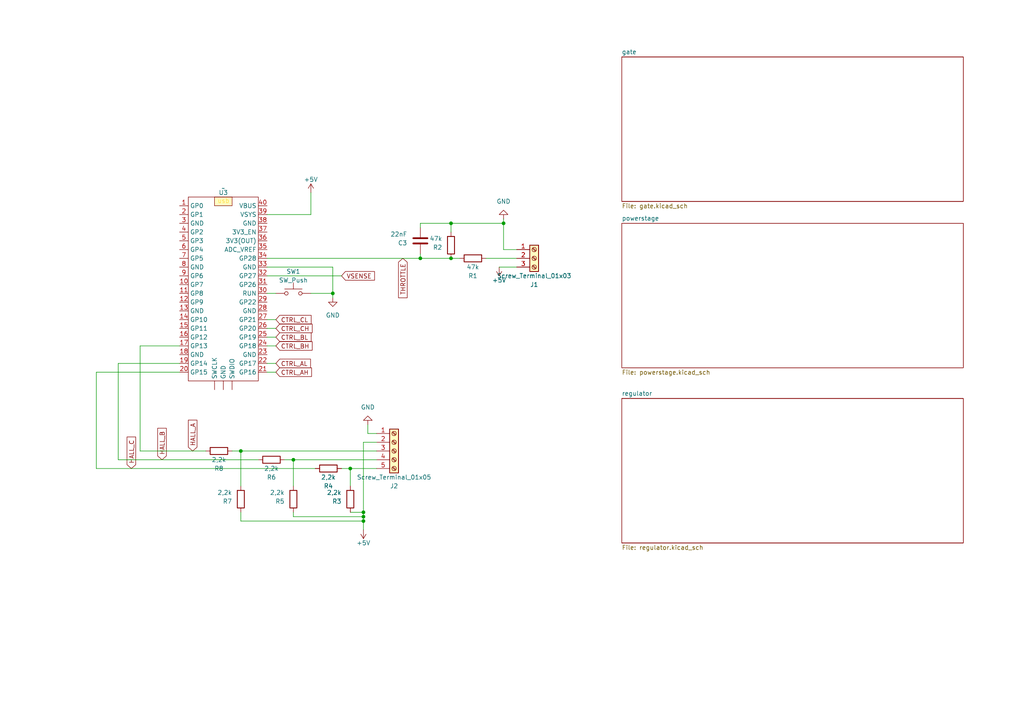
<source format=kicad_sch>
(kicad_sch (version 20230121) (generator eeschema)
  (paper "A4")
  (lib_symbols
    (symbol "Connector:Screw_Terminal_01x03" (pin_names (offset 1.016) hide)
      (property "Reference" "J" (at 0 5.08 0))
      (property "Value" "Screw_Terminal_01x03" (at 0 -5.08 0))
      (symbol "Screw_Terminal_01x03_1_1"
        (rectangle (start -1.27 3.81) (end 1.27 -3.81) (stroke (width 0.254)) (fill (type background)))
        (circle (center 0 -2.54) (radius 0.635) (stroke (width 0.1524)))
        (polyline (pts (xy -0.5334 -2.2098) (xy 0.3302 -3.048)) (stroke (width 0.1524)))
        (polyline (pts (xy -0.5334 0.3302) (xy 0.3302 -0.508)) (stroke (width 0.1524)))
        (polyline (pts (xy -0.5334 2.8702) (xy 0.3302 2.032)) (stroke (width 0.1524)))
        (polyline (pts (xy -0.3556 -2.032) (xy 0.508 -2.8702)) (stroke (width 0.1524)))
        (polyline (pts (xy -0.3556 0.508) (xy 0.508 -0.3302)) (stroke (width 0.1524)))
        (polyline (pts (xy -0.3556 3.048) (xy 0.508 2.2098)) (stroke (width 0.1524)))
        (circle (center 0 0) (radius 0.635) (stroke (width 0.1524)))
        (circle (center 0 2.54) (radius 0.635) (stroke (width 0.1524)))
        (pin passive line (at -5.08 2.54 0) (length 3.81) (name "Pin_1") (number "1"))
        (pin passive line (at -5.08 0 0) (length 3.81) (name "Pin_2") (number "2"))
        (pin passive line (at -5.08 -2.54 0) (length 3.81) (name "Pin_3") (number "3"))
      )
    )
    (symbol "Connector:Screw_Terminal_01x05" (pin_names (offset 1.016) hide)
      (property "Reference" "J" (at 0 7.62 0))
      (property "Value" "Screw_Terminal_01x05" (at 0 -7.62 0))
      (symbol "Screw_Terminal_01x05_1_1"
        (rectangle (start -1.27 6.35) (end 1.27 -6.35) (stroke (width 0.254)) (fill (type background)))
        (circle (center 0 -5.08) (radius 0.635) (stroke (width 0.1524)))
        (circle (center 0 -2.54) (radius 0.635) (stroke (width 0.1524)))
        (polyline (pts (xy -0.5334 -4.7498) (xy 0.3302 -5.588)) (stroke (width 0.1524)))
        (polyline (pts (xy -0.5334 -2.2098) (xy 0.3302 -3.048)) (stroke (width 0.1524)))
        (polyline (pts (xy -0.5334 0.3302) (xy 0.3302 -0.508)) (stroke (width 0.1524)))
        (polyline (pts (xy -0.5334 2.8702) (xy 0.3302 2.032)) (stroke (width 0.1524)))
        (polyline (pts (xy -0.5334 5.4102) (xy 0.3302 4.572)) (stroke (width 0.1524)))
        (polyline (pts (xy -0.3556 -4.572) (xy 0.508 -5.4102)) (stroke (width 0.1524)))
        (polyline (pts (xy -0.3556 -2.032) (xy 0.508 -2.8702)) (stroke (width 0.1524)))
        (polyline (pts (xy -0.3556 0.508) (xy 0.508 -0.3302)) (stroke (width 0.1524)))
        (polyline (pts (xy -0.3556 3.048) (xy 0.508 2.2098)) (stroke (width 0.1524)))
        (polyline (pts (xy -0.3556 5.588) (xy 0.508 4.7498)) (stroke (width 0.1524)))
        (circle (center 0 0) (radius 0.635) (stroke (width 0.1524)))
        (circle (center 0 2.54) (radius 0.635) (stroke (width 0.1524)))
        (circle (center 0 5.08) (radius 0.635) (stroke (width 0.1524)))
        (pin passive line (at -5.08 5.08 0) (length 3.81) (name "Pin_1") (number "1"))
        (pin passive line (at -5.08 2.54 0) (length 3.81) (name "Pin_2") (number "2"))
        (pin passive line (at -5.08 0 0) (length 3.81) (name "Pin_3") (number "3"))
        (pin passive line (at -5.08 -2.54 0) (length 3.81) (name "Pin_4") (number "4"))
        (pin passive line (at -5.08 -5.08 0) (length 3.81) (name "Pin_5") (number "5"))
      )
    )
    (symbol "Device:C" (pin_numbers hide) (pin_names (offset 0.254))
      (property "Reference" "C" (at 0.635 2.54 0))
      (property "Value" "C" (at 0.635 -2.54 0))
      (symbol "C_0_1"
        (polyline (pts (xy -2.032 -0.762) (xy 2.032 -0.762)) (stroke (width 0.508)))
        (polyline (pts (xy -2.032 0.762) (xy 2.032 0.762)) (stroke (width 0.508)))
      )
      (symbol "C_1_1"
        (pin passive line (at 0 3.81 270) (length 2.794) (name "~") (number "1"))
        (pin passive line (at 0 -3.81 90) (length 2.794) (name "~") (number "2"))
      )
    )
    (symbol "Device:R" (pin_numbers hide) (pin_names (offset 0))
      (property "Reference" "R" (at 2.032 0 90))
      (property "Value" "R" (at 0 0 90))
      (symbol "R_0_1"
        (rectangle (start -1.016 -2.54) (end 1.016 2.54) (stroke (width 0.254)))
      )
      (symbol "R_1_1"
        (pin passive line (at 0 3.81 270) (length 1.27) (name "~") (number "1"))
        (pin passive line (at 0 -3.81 90) (length 1.27) (name "~") (number "2"))
      )
    )
    (symbol "RP2040_parts:pi_pico"
      (property "Reference" "U" (at 0 0 0))
      (symbol "pi_pico_1_0"
        (pin passive line (at -12.7 -27.94 0) (length 2.54) (name "GP7") (number "10"))
        (pin passive line (at -12.7 -30.48 0) (length 2.54) (name "GP8") (number "11"))
        (pin passive line (at -12.7 -33.02 0) (length 2.54) (name "GP9") (number "12"))
        (pin passive line (at -12.7 -35.56 0) (length 2.54) (name "GND") (number "13"))
        (pin passive line (at -12.7 -38.1 0) (length 2.54) (name "GP10") (number "14"))
        (pin passive line (at -12.7 -40.64 0) (length 2.54) (name "GP11") (number "15"))
        (pin passive line (at -12.7 -43.18 0) (length 2.54) (name "GP12") (number "16"))
        (pin passive line (at -12.7 -45.72 0) (length 2.54) (name "GP13") (number "17"))
        (pin passive line (at -12.7 -48.26 0) (length 2.54) (name "GND") (number "18"))
        (pin passive line (at -12.7 -50.8 0) (length 2.54) (name "GP14") (number "19"))
        (pin passive line (at -12.7 -53.34 0) (length 2.54) (name "GP15") (number "20"))
        (pin passive line (at 12.7 -53.34 180) (length 2.54) (name "GP16") (number "21"))
        (pin passive line (at 12.7 -50.8 180) (length 2.54) (name "GP17") (number "22"))
        (pin passive line (at 12.7 -48.26 180) (length 2.54) (name "GND") (number "23"))
        (pin passive line (at 12.7 -45.72 180) (length 2.54) (name "GP18") (number "24"))
        (pin passive line (at 12.7 -43.18 180) (length 2.54) (name "GP19") (number "25"))
        (pin passive line (at 12.7 -40.64 180) (length 2.54) (name "GP20") (number "26"))
        (pin passive line (at 12.7 -38.1 180) (length 2.54) (name "GP21") (number "27"))
        (pin passive line (at 12.7 -35.56 180) (length 2.54) (name "GND") (number "28"))
        (pin passive line (at 12.7 -33.02 180) (length 2.54) (name "GP22") (number "29"))
        (pin passive line (at -12.7 -10.16 0) (length 2.54) (name "GND") (number "3"))
        (pin passive line (at 12.7 -30.48 180) (length 2.54) (name "RUN") (number "30"))
        (pin passive line (at 12.7 -27.94 180) (length 2.54) (name "GP26") (number "31"))
        (pin passive line (at 12.7 -25.4 180) (length 2.54) (name "GP27") (number "32"))
        (pin passive line (at 12.7 -22.86 180) (length 2.54) (name "GND") (number "33"))
        (pin passive line (at 12.7 -20.32 180) (length 2.54) (name "GP28") (number "34"))
        (pin passive line (at 12.7 -17.78 180) (length 2.54) (name "ADC_VREF") (number "35"))
        (pin power_out line (at 12.7 -15.24 180) (length 2.54) (name "3V3(OUT)") (number "36"))
        (pin passive line (at 12.7 -12.7 180) (length 2.54) (name "3V3_EN") (number "37"))
        (pin passive line (at 12.7 -10.16 180) (length 2.54) (name "GND") (number "38"))
        (pin passive line (at 12.7 -7.62 180) (length 2.54) (name "VSYS") (number "39"))
        (pin passive line (at -12.7 -12.7 0) (length 2.54) (name "GP2") (number "4"))
        (pin passive line (at -12.7 -15.24 0) (length 2.54) (name "GP3") (number "5"))
        (pin passive line (at -12.7 -17.78 0) (length 2.54) (name "GP4") (number "6"))
        (pin passive line (at -12.7 -20.32 0) (length 2.54) (name "GP5") (number "7"))
        (pin passive line (at -12.7 -22.86 0) (length 2.54) (name "GND") (number "8"))
        (pin passive line (at -12.7 -25.4 0) (length 2.54) (name "GP6") (number "9"))
      )
      (symbol "pi_pico_1_1"
        (rectangle (start -10.16 -2.54) (end 10.16 -55.88))
        (polyline (pts (xy 2.54 -2.54) (xy 2.54 -5.08) (xy -2.54 -5.08) (xy -2.54 -2.54) (xy 2.54 -2.54)) (fill (type background)))
        (text "usb" (at 0.0526 -3.6068 0) (effects (font (size 1.27 1.27))))
        (pin passive line (at 0 -58.42 90) (length 2.54) (name "GND") (number ""))
        (pin passive line (at -2.54 -58.42 90) (length 2.54) (name "SWCLK") (number ""))
        (pin passive line (at 2.54 -58.42 90) (length 2.54) (name "SWDIO") (number ""))
        (pin passive line (at -12.7 -5.08 0) (length 2.54) (name "GP0") (number "1"))
        (pin passive line (at -12.7 -7.62 0) (length 2.54) (name "GP1") (number "2"))
        (pin passive line (at 12.7 -5.08 180) (length 2.54) (name "VBUS") (number "40"))
      )
    )
    (symbol "Switch:SW_Push" (pin_numbers hide) (pin_names (offset 1.016) hide)
      (property "Reference" "SW" (at 1.27 2.54 0))
      (property "Value" "SW_Push" (at 0 -1.524 0))
      (symbol "SW_Push_0_1"
        (circle (center -2.032 0) (radius 0.508))
        (polyline (pts (xy 0 1.27) (xy 0 3.048)))
        (polyline (pts (xy 2.54 1.27) (xy -2.54 1.27)))
        (circle (center 2.032 0) (radius 0.508))
        (pin passive line (at -5.08 0 0) (length 2.54) (name "1") (number "1"))
        (pin passive line (at 5.08 0 180) (length 2.54) (name "2") (number "2"))
      )
    )
    (symbol "power:+5V" (power) (pin_names (offset 0))
      (property "Value" "+5V" (at 0 3.556 0))
      (symbol "+5V_0_1"
        (polyline (pts (xy -0.762 1.27) (xy 0 2.54)))
        (polyline (pts (xy 0 0) (xy 0 2.54)))
        (polyline (pts (xy 0 2.54) (xy 0.762 1.27)))
      )
      (symbol "+5V_1_1"
        (pin power_in line (at 0 0 90) (length 0) hide (name "+5V") (number "1"))
      )
    )
    (symbol "power:GND" (power) (pin_names (offset 0))
      (property "Value" "GND" (at 0 -3.81 0))
      (symbol "GND_0_1"
        (polyline (pts (xy 0 0) (xy 0 -1.27) (xy 1.27 -1.27) (xy 0 -2.54) (xy -1.27 -1.27) (xy 0 -1.27)))
      )
      (symbol "GND_1_1"
        (pin power_in line (at 0 0 270) (length 0) hide (name "GND") (number "1"))
      )
    )
  )
  (junction (at 121.92 74.93))
  (junction (at 146.05 64.77))
  (junction (at 130.81 64.77))
  (junction (at 85.09 133.35))
  (junction (at 105.41 148.59))
  (junction (at 96.52 85.09))
  (junction (at 130.81 74.93))
  (junction (at 69.85 130.81))
  (junction (at 105.41 151.13))
  (junction (at 105.41 149.86))
  (junction (at 101.6 135.89))
  (wire (pts (xy 121.92 73.66) (xy 121.92 74.93)))
  (wire (pts (xy 85.09 133.35) (xy 82.55 133.35)))
  (wire (pts (xy 77.47 105.41) (xy 80.01 105.41)))
  (wire (pts (xy 130.81 64.77) (xy 146.05 64.77)))
  (wire (pts (xy 121.92 74.93) (xy 130.81 74.93)))
  (wire (pts (xy 34.29 133.35) (xy 74.93 133.35)))
  (wire (pts (xy 77.47 77.47) (xy 96.52 77.47)))
  (wire (pts (xy 96.52 86.36) (xy 96.52 85.09)))
  (wire (pts (xy 149.86 74.93) (xy 140.97 74.93)))
  (wire (pts (xy 90.17 55.88) (xy 90.17 62.23)))
  (wire (pts (xy 90.17 62.23) (xy 77.47 62.23)))
  (wire (pts (xy 146.05 72.39) (xy 149.86 72.39)))
  (wire (pts (xy 77.47 95.25) (xy 80.01 95.25)))
  (wire (pts (xy 85.09 148.59) (xy 85.09 149.86)))
  (wire (pts (xy 40.64 100.33) (xy 52.07 100.33)))
  (wire (pts (xy 77.47 100.33) (xy 80.01 100.33)))
  (wire (pts (xy 101.6 135.89) (xy 99.06 135.89)))
  (wire (pts (xy 105.41 149.86) (xy 105.41 148.59)))
  (wire (pts (xy 121.92 66.04) (xy 121.92 64.77)))
  (wire (pts (xy 106.68 125.73) (xy 109.22 125.73)))
  (wire (pts (xy 52.07 105.41) (xy 34.29 105.41)))
  (wire (pts (xy 77.47 85.09) (xy 80.01 85.09)))
  (wire (pts (xy 121.92 64.77) (xy 130.81 64.77)))
  (wire (pts (xy 90.17 85.09) (xy 96.52 85.09)))
  (wire (pts (xy 109.22 135.89) (xy 101.6 135.89)))
  (wire (pts (xy 105.41 151.13) (xy 105.41 149.86)))
  (wire (pts (xy 101.6 140.97) (xy 101.6 135.89)))
  (wire (pts (xy 77.47 74.93) (xy 121.92 74.93)))
  (wire (pts (xy 133.35 74.93) (xy 130.81 74.93)))
  (wire (pts (xy 40.64 100.33) (xy 40.64 130.81)))
  (wire (pts (xy 69.85 151.13) (xy 105.41 151.13)))
  (wire (pts (xy 85.09 140.97) (xy 85.09 133.35)))
  (wire (pts (xy 106.68 123.19) (xy 106.68 125.73)))
  (wire (pts (xy 146.05 63.5) (xy 146.05 64.77)))
  (wire (pts (xy 105.41 128.27) (xy 109.22 128.27)))
  (wire (pts (xy 146.05 64.77) (xy 146.05 72.39)))
  (wire (pts (xy 105.41 148.59) (xy 101.6 148.59)))
  (wire (pts (xy 77.47 97.79) (xy 80.01 97.79)))
  (wire (pts (xy 27.94 135.89) (xy 91.44 135.89)))
  (wire (pts (xy 105.41 148.59) (xy 105.41 128.27)))
  (wire (pts (xy 149.86 77.47) (xy 144.78 77.47)))
  (wire (pts (xy 130.81 67.31) (xy 130.81 64.77)))
  (wire (pts (xy 109.22 133.35) (xy 85.09 133.35)))
  (wire (pts (xy 69.85 148.59) (xy 69.85 151.13)))
  (wire (pts (xy 96.52 85.09) (xy 96.52 77.47)))
  (wire (pts (xy 109.22 130.81) (xy 69.85 130.81)))
  (wire (pts (xy 27.94 107.95) (xy 27.94 135.89)))
  (wire (pts (xy 34.29 105.41) (xy 34.29 133.35)))
  (wire (pts (xy 69.85 140.97) (xy 69.85 130.81)))
  (wire (pts (xy 40.64 130.81) (xy 59.69 130.81)))
  (wire (pts (xy 105.41 153.67) (xy 105.41 151.13)))
  (wire (pts (xy 77.47 92.71) (xy 80.01 92.71)))
  (wire (pts (xy 77.47 80.01) (xy 99.06 80.01)))
  (wire (pts (xy 69.85 130.81) (xy 67.31 130.81)))
  (wire (pts (xy 27.94 107.95) (xy 52.07 107.95)))
  (wire (pts (xy 77.47 107.95) (xy 80.01 107.95)))
  (wire (pts (xy 85.09 149.86) (xy 105.41 149.86)))
  (global_label "CTRL_AH" (shape input) (at 80.01 107.95 0) (property "Intersheetrefs" "${INTERSHEET_REFS}" (effects hide)))
  (global_label "CTRL_AL" (shape input) (at 80.01 105.41 0) (property "Intersheetrefs" "${INTERSHEET_REFS}" (effects hide)))
  (global_label "VSENSE" (shape input) (at 99.06 80.01 0) (property "Intersheetrefs" "${INTERSHEET_REFS}" (effects hide)))
  (global_label "THROTTLE" (shape input) (at 116.84 74.93 270) (property "Intersheetrefs" "${INTERSHEET_REFS}" (effects hide)))
  (global_label "HALL_A" (shape input) (at 55.88 130.81 90) (property "Intersheetrefs" "${INTERSHEET_REFS}" (effects hide)))
  (global_label "CTRL_CL" (shape input) (at 80.01 92.71 0) (property "Intersheetrefs" "${INTERSHEET_REFS}" (effects hide)))
  (global_label "CTRL_BH" (shape input) (at 80.01 100.33 0) (property "Intersheetrefs" "${INTERSHEET_REFS}" (effects hide)))
  (global_label "HALL_C" (shape input) (at 38.1 135.89 90) (property "Intersheetrefs" "${INTERSHEET_REFS}" (effects hide)))
  (global_label "CTRL_CH" (shape input) (at 80.01 95.25 0) (property "Intersheetrefs" "${INTERSHEET_REFS}" (effects hide)))
  (global_label "HALL_B" (shape input) (at 46.99 133.35 90) (property "Intersheetrefs" "${INTERSHEET_REFS}" (effects hide)))
  (global_label "CTRL_BL" (shape input) (at 80.01 97.79 0) (property "Intersheetrefs" "${INTERSHEET_REFS}" (effects hide)))
  (symbol (lib_id "Connector:Screw_Terminal_01x03") (at 154.94 74.93 0) (unit 1)
    (property "Reference" "J1" (at 154.94 82.55 0))
    (property "Value" "Screw_Terminal_01x03" (at 154.94 80.01 0))
    (property "Footprint" "TerminalBlock_Phoenix:TerminalBlock_Phoenix_MKDS-1,5-3-5.08_1x03_P5.08mm_Horizontal" (effects hide))
  )
  (symbol (lib_id "Device:R") (at 95.25 135.89 270) (unit 1)
    (property "Reference" "R4" (at 95.25 140.97 90))
    (property "Value" "2,2k" (at 95.25 138.43 90))
    (property "Footprint" "Resistor_SMD:R_1206_3216Metric_Pad1.30x1.75mm_HandSolder" (effects hide))
  )
  (symbol (lib_id "Device:R") (at 130.81 71.12 180) (unit 1)
    (property "Reference" "R2" (at 128.27 71.755 0) (effects (justify left)))
    (property "Value" "47k" (at 128.27 69.215 0) (effects (justify left)))
    (property "Footprint" "Resistor_SMD:R_1206_3216Metric_Pad1.30x1.75mm_HandSolder" (effects hide))
  )
  (symbol (lib_id "Device:R") (at 69.85 144.78 180) (unit 1)
    (property "Reference" "R7" (at 67.31 145.415 0) (effects (justify left)))
    (property "Value" "2,2k" (at 67.31 142.875 0) (effects (justify left)))
    (property "Footprint" "Resistor_SMD:R_1206_3216Metric_Pad1.30x1.75mm_HandSolder" (effects hide))
  )
  (symbol (lib_id "power:GND") (at 146.05 63.5 180) (unit 1)
    (property "Reference" "#PWR07" (effects hide))
    (property "Value" "GND" (at 146.05 58.42 0))
  )
  (symbol (lib_id "power:+5V") (at 105.41 153.67 180) (unit 1)
    (property "Reference" "#PWR010" (effects hide))
    (property "Value" "+5V" (at 105.41 157.48 0))
  )
  (symbol (lib_id "RP2040_parts:pi_pico") (at 64.77 54.61 0) (unit 1)
    (property "Reference" "U3" (at 64.77 55.88 0))
    (property "Value" "~" (at 64.77 54.61 0))
    (property "Footprint" "MCU_RaspberryPi_and_Boards:RPi_Pico_SMD_TH" (effects hide))
  )
  (symbol (lib_id "Switch:SW_Push") (at 85.09 85.09 0) (unit 1)
    (property "Reference" "SW1" (at 85.09 78.74 0))
    (property "Value" "SW_Push" (at 85.09 81.28 0))
    (property "Footprint" "Button_Switch_THT:SW_PUSH_6mm" (effects hide))
  )
  (symbol (lib_id "Device:R") (at 137.16 74.93 270) (unit 1)
    (property "Reference" "R1" (at 137.16 80.01 90))
    (property "Value" "47k" (at 137.16 77.47 90))
    (property "Footprint" "Resistor_SMD:R_1206_3216Metric_Pad1.30x1.75mm_HandSolder" (effects hide))
  )
  (symbol (lib_id "Device:R") (at 63.5 130.81 270) (unit 1)
    (property "Reference" "R8" (at 63.5 135.89 90))
    (property "Value" "2,2k" (at 63.5 133.35 90))
    (property "Footprint" "Resistor_SMD:R_1206_3216Metric_Pad1.30x1.75mm_HandSolder" (effects hide))
  )
  (symbol (lib_id "power:GND") (at 96.52 86.36 0) (unit 1)
    (property "Reference" "#PWR06" (effects hide))
    (property "Value" "GND" (at 96.52 91.44 0))
  )
  (symbol (lib_id "power:GND") (at 106.68 123.19 180) (unit 1)
    (property "Reference" "#PWR09" (effects hide))
    (property "Value" "GND" (at 106.68 118.11 0))
  )
  (symbol (lib_id "Device:R") (at 101.6 144.78 180) (unit 1)
    (property "Reference" "R3" (at 99.06 145.415 0) (effects (justify left)))
    (property "Value" "2,2k" (at 99.06 142.875 0) (effects (justify left)))
    (property "Footprint" "Resistor_SMD:R_1206_3216Metric_Pad1.30x1.75mm_HandSolder" (effects hide))
  )
  (symbol (lib_id "power:+5V") (at 144.78 77.47 180) (unit 1)
    (property "Reference" "#PWR08" (effects hide))
    (property "Value" "+5V" (at 144.78 81.28 0))
  )
  (symbol (lib_id "Device:R") (at 85.09 144.78 180) (unit 1)
    (property "Reference" "R5" (at 82.55 145.415 0) (effects (justify left)))
    (property "Value" "2,2k" (at 82.55 142.875 0) (effects (justify left)))
    (property "Footprint" "Resistor_SMD:R_1206_3216Metric_Pad1.30x1.75mm_HandSolder" (effects hide))
  )
  (symbol (lib_id "Device:R") (at 78.74 133.35 270) (unit 1)
    (property "Reference" "R6" (at 78.74 138.43 90))
    (property "Value" "2,2k" (at 78.74 135.89 90))
    (property "Footprint" "Resistor_SMD:R_1206_3216Metric_Pad1.30x1.75mm_HandSolder" (effects hide))
  )
  (symbol (lib_id "power:+5V") (at 90.17 55.88 0) (unit 1)
    (property "Reference" "#PWR05" (effects hide))
    (property "Value" "+5V" (at 90.17 52.07 0))
  )
  (symbol (lib_id "Device:C") (at 121.92 69.85 180) (unit 1)
    (property "Reference" "C3" (at 118.11 70.485 0) (effects (justify left)))
    (property "Value" "22nF" (at 118.11 67.945 0) (effects (justify left)))
    (property "Footprint" "Capacitor_SMD:C_0805_2012Metric_Pad1.18x1.45mm_HandSolder" (effects hide))
  )
  (symbol (lib_id "Connector:Screw_Terminal_01x05") (at 114.3 130.81 0) (unit 1)
    (property "Reference" "J2" (at 114.3 140.97 0))
    (property "Value" "Screw_Terminal_01x05" (at 114.3 138.43 0))
    (property "Footprint" "TerminalBlock_Phoenix:TerminalBlock_Phoenix_MKDS-1,5-5-5.08_1x05_P5.08mm_Horizontal" (effects hide))
  )
  (sheet (at 180.34 16.51) (size 99.06 41.91) (stroke (width 0.1524))
    (property "Sheetname" "gate" (at 180.34 15.7984 0) (effects (justify left bottom)))
    (property "Sheetfile" "gate.kicad_sch" (at 180.34 59.0046 0) (effects (justify left top)))
  )
  (sheet (at 180.34 115.57) (size 99.06 41.91) (stroke (width 0.1524))
    (property "Sheetname" "regulator" (at 180.34 114.8584 0) (effects (justify left bottom)))
    (property "Sheetfile" "regulator.kicad_sch" (at 180.34 158.0646 0) (effects (justify left top)))
  )
  (sheet (at 180.34 64.77) (size 99.06 41.91) (stroke (width 0.1524))
    (property "Sheetname" "powerstage" (at 180.34 64.0584 0) (effects (justify left bottom)))
    (property "Sheetfile" "powerstage.kicad_sch" (at 180.34 107.2646 0) (effects (justify left top)))
  )
)
</source>
